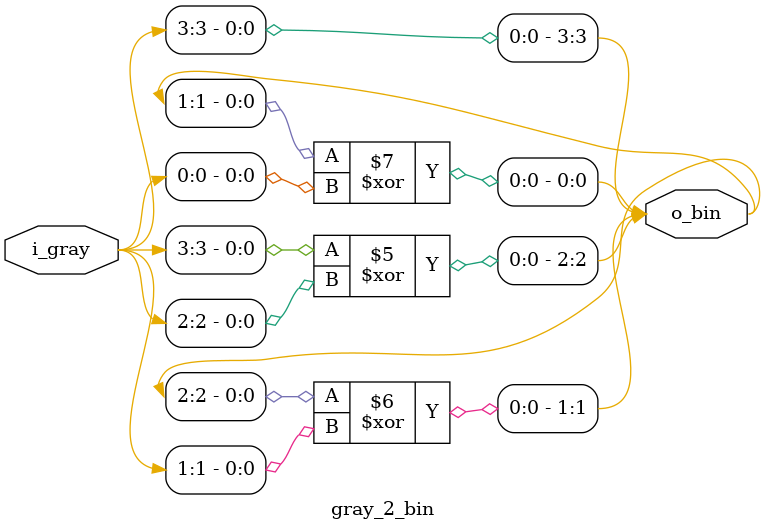
<source format=sv>
module gray_2_bin #(
  parameter WIDTH =4
)(
  input  logic [WIDTH -1:0] i_gray,
  output logic [WIDTH -1:0] o_bin
);

  always_comb begin : proc_gray_2_bin
    o_bin[WIDTH - 1] = i_gray[WIDTH - 1];

    for(int i = (WIDTH - 2); i >= 0; i--) begin 
      o_bin[i] = o_bin[i + 1] ^ i_gray[i];
    end
  end

endmodule
</source>
